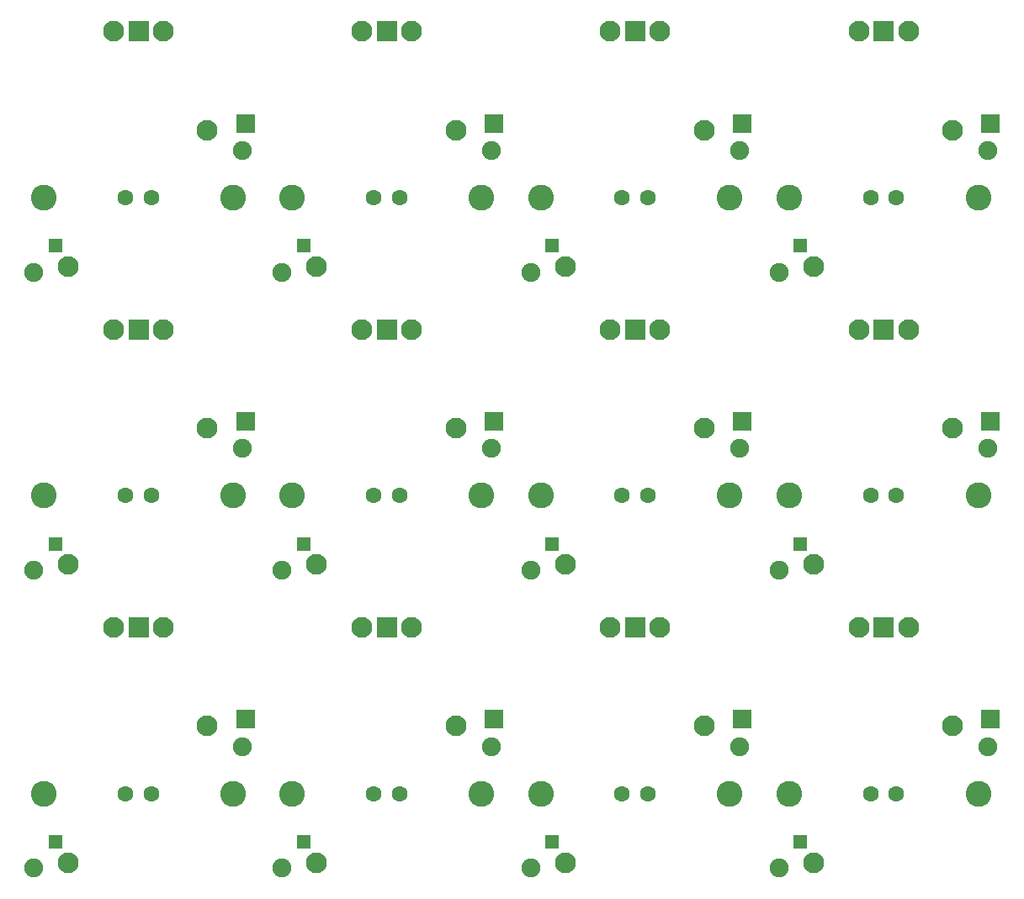
<source format=gts>
G04 #@! TF.GenerationSoftware,KiCad,Pcbnew,(5.0.0-3-g5ebb6b6)*
G04 #@! TF.CreationDate,2018-09-11T22:55:40+09:00*
G04 #@! TF.ProjectId,panelising_topre_pad_elecrow,70616E656C6973696E675F746F707265,rev?*
G04 #@! TF.SameCoordinates,Original*
G04 #@! TF.FileFunction,Soldermask,Top*
G04 #@! TF.FilePolarity,Negative*
%FSLAX46Y46*%
G04 Gerber Fmt 4.6, Leading zero omitted, Abs format (unit mm)*
G04 Created by KiCad (PCBNEW (5.0.0-3-g5ebb6b6)) date 2018 September 11, Tuesday 22:55:40*
%MOMM*%
%LPD*%
G01*
G04 APERTURE LIST*
%ADD10C,1.900000*%
%ADD11C,1.600000*%
%ADD12R,1.400000X1.400000*%
%ADD13R,1.900000X1.900000*%
%ADD14C,2.100000*%
%ADD15R,2.100000X2.100000*%
%ADD16C,2.600000*%
G04 APERTURE END LIST*
D10*
G04 #@! TO.C,REF\002A\002A*
X75750000Y-80500000D03*
G04 #@! TD*
D11*
G04 #@! TO.C,SW_EC1*
X66550000Y-85250000D03*
X63950000Y-85250000D03*
G04 #@! TD*
D10*
G04 #@! TO.C,REF\002A\002A*
X54750000Y-92750000D03*
G04 #@! TD*
D12*
G04 #@! TO.C,REF\002A\002A*
X56900000Y-90100000D03*
G04 #@! TD*
D13*
G04 #@! TO.C,REF\002A\002A*
X76026000Y-77754000D03*
G04 #@! TD*
D14*
G04 #@! TO.C,P?*
X72200000Y-78450000D03*
G04 #@! TD*
G04 #@! TO.C,REF\002A\002A*
X58200000Y-92200000D03*
G04 #@! TD*
D15*
G04 #@! TO.C,P?*
X65276000Y-68504000D03*
G04 #@! TD*
D16*
G04 #@! TO.C,HOLE_M2.6*
X74775000Y-85250000D03*
G04 #@! TD*
G04 #@! TO.C,HOLE_M2.6*
X55750000Y-85250000D03*
G04 #@! TD*
D14*
G04 #@! TO.C,P?*
X62750000Y-68500000D03*
G04 #@! TD*
G04 #@! TO.C,P?*
X67750000Y-68500000D03*
G04 #@! TD*
D10*
G04 #@! TO.C,REF\002A\002A*
X100750000Y-80500000D03*
G04 #@! TD*
D11*
G04 #@! TO.C,SW_EC1*
X91550000Y-85250000D03*
X88950000Y-85250000D03*
G04 #@! TD*
D10*
G04 #@! TO.C,REF\002A\002A*
X79750000Y-92750000D03*
G04 #@! TD*
D12*
G04 #@! TO.C,REF\002A\002A*
X81900000Y-90100000D03*
G04 #@! TD*
D13*
G04 #@! TO.C,REF\002A\002A*
X101026000Y-77754000D03*
G04 #@! TD*
D14*
G04 #@! TO.C,P?*
X97200000Y-78450000D03*
G04 #@! TD*
G04 #@! TO.C,REF\002A\002A*
X83200000Y-92200000D03*
G04 #@! TD*
D15*
G04 #@! TO.C,P?*
X90276000Y-68504000D03*
G04 #@! TD*
D16*
G04 #@! TO.C,HOLE_M2.6*
X99775000Y-85250000D03*
G04 #@! TD*
G04 #@! TO.C,HOLE_M2.6*
X80750000Y-85250000D03*
G04 #@! TD*
D14*
G04 #@! TO.C,P?*
X87750000Y-68500000D03*
G04 #@! TD*
G04 #@! TO.C,P?*
X92750000Y-68500000D03*
G04 #@! TD*
D10*
G04 #@! TO.C,REF\002A\002A*
X125750000Y-80500000D03*
G04 #@! TD*
D11*
G04 #@! TO.C,SW_EC1*
X116550000Y-85250000D03*
X113950000Y-85250000D03*
G04 #@! TD*
D10*
G04 #@! TO.C,REF\002A\002A*
X104750000Y-92750000D03*
G04 #@! TD*
D12*
G04 #@! TO.C,REF\002A\002A*
X106900000Y-90100000D03*
G04 #@! TD*
D13*
G04 #@! TO.C,REF\002A\002A*
X126026000Y-77754000D03*
G04 #@! TD*
D14*
G04 #@! TO.C,P?*
X122200000Y-78450000D03*
G04 #@! TD*
G04 #@! TO.C,REF\002A\002A*
X108200000Y-92200000D03*
G04 #@! TD*
D15*
G04 #@! TO.C,P?*
X115276000Y-68504000D03*
G04 #@! TD*
D16*
G04 #@! TO.C,HOLE_M2.6*
X124775000Y-85250000D03*
G04 #@! TD*
G04 #@! TO.C,HOLE_M2.6*
X105750000Y-85250000D03*
G04 #@! TD*
D14*
G04 #@! TO.C,P?*
X112750000Y-68500000D03*
G04 #@! TD*
G04 #@! TO.C,P?*
X117750000Y-68500000D03*
G04 #@! TD*
D10*
G04 #@! TO.C,REF\002A\002A*
X75750000Y-110500000D03*
G04 #@! TD*
D11*
G04 #@! TO.C,SW_EC1*
X66550000Y-115250000D03*
X63950000Y-115250000D03*
G04 #@! TD*
D10*
G04 #@! TO.C,REF\002A\002A*
X54750000Y-122750000D03*
G04 #@! TD*
D12*
G04 #@! TO.C,REF\002A\002A*
X56900000Y-120100000D03*
G04 #@! TD*
D13*
G04 #@! TO.C,REF\002A\002A*
X76026000Y-107754000D03*
G04 #@! TD*
D14*
G04 #@! TO.C,P?*
X72200000Y-108450000D03*
G04 #@! TD*
G04 #@! TO.C,REF\002A\002A*
X58200000Y-122200000D03*
G04 #@! TD*
D15*
G04 #@! TO.C,P?*
X65276000Y-98504000D03*
G04 #@! TD*
D16*
G04 #@! TO.C,HOLE_M2.6*
X74775000Y-115250000D03*
G04 #@! TD*
G04 #@! TO.C,HOLE_M2.6*
X55750000Y-115250000D03*
G04 #@! TD*
D14*
G04 #@! TO.C,P?*
X62750000Y-98500000D03*
G04 #@! TD*
G04 #@! TO.C,P?*
X67750000Y-98500000D03*
G04 #@! TD*
D10*
G04 #@! TO.C,REF\002A\002A*
X100750000Y-110500000D03*
G04 #@! TD*
D11*
G04 #@! TO.C,SW_EC1*
X91550000Y-115250000D03*
X88950000Y-115250000D03*
G04 #@! TD*
D10*
G04 #@! TO.C,REF\002A\002A*
X79750000Y-122750000D03*
G04 #@! TD*
D12*
G04 #@! TO.C,REF\002A\002A*
X81900000Y-120100000D03*
G04 #@! TD*
D13*
G04 #@! TO.C,REF\002A\002A*
X101026000Y-107754000D03*
G04 #@! TD*
D14*
G04 #@! TO.C,P?*
X97200000Y-108450000D03*
G04 #@! TD*
G04 #@! TO.C,REF\002A\002A*
X83200000Y-122200000D03*
G04 #@! TD*
D15*
G04 #@! TO.C,P?*
X90276000Y-98504000D03*
G04 #@! TD*
D16*
G04 #@! TO.C,HOLE_M2.6*
X99775000Y-115250000D03*
G04 #@! TD*
G04 #@! TO.C,HOLE_M2.6*
X80750000Y-115250000D03*
G04 #@! TD*
D14*
G04 #@! TO.C,P?*
X87750000Y-98500000D03*
G04 #@! TD*
G04 #@! TO.C,P?*
X92750000Y-98500000D03*
G04 #@! TD*
D10*
G04 #@! TO.C,REF\002A\002A*
X125750000Y-110500000D03*
G04 #@! TD*
D11*
G04 #@! TO.C,SW_EC1*
X116550000Y-115250000D03*
X113950000Y-115250000D03*
G04 #@! TD*
D10*
G04 #@! TO.C,REF\002A\002A*
X104750000Y-122750000D03*
G04 #@! TD*
D12*
G04 #@! TO.C,REF\002A\002A*
X106900000Y-120100000D03*
G04 #@! TD*
D13*
G04 #@! TO.C,REF\002A\002A*
X126026000Y-107754000D03*
G04 #@! TD*
D14*
G04 #@! TO.C,P?*
X122200000Y-108450000D03*
G04 #@! TD*
G04 #@! TO.C,REF\002A\002A*
X108200000Y-122200000D03*
G04 #@! TD*
D15*
G04 #@! TO.C,P?*
X115276000Y-98504000D03*
G04 #@! TD*
D16*
G04 #@! TO.C,HOLE_M2.6*
X124775000Y-115250000D03*
G04 #@! TD*
G04 #@! TO.C,HOLE_M2.6*
X105750000Y-115250000D03*
G04 #@! TD*
D14*
G04 #@! TO.C,P?*
X112750000Y-98500000D03*
G04 #@! TD*
G04 #@! TO.C,P?*
X117750000Y-98500000D03*
G04 #@! TD*
D10*
G04 #@! TO.C,REF\002A\002A*
X150750000Y-80500000D03*
G04 #@! TD*
D11*
G04 #@! TO.C,SW_EC1*
X141550000Y-85250000D03*
X138950000Y-85250000D03*
G04 #@! TD*
D10*
G04 #@! TO.C,REF\002A\002A*
X129750000Y-92750000D03*
G04 #@! TD*
D12*
G04 #@! TO.C,REF\002A\002A*
X131900000Y-90100000D03*
G04 #@! TD*
D13*
G04 #@! TO.C,REF\002A\002A*
X151026000Y-77754000D03*
G04 #@! TD*
D14*
G04 #@! TO.C,P?*
X147200000Y-78450000D03*
G04 #@! TD*
G04 #@! TO.C,REF\002A\002A*
X133200000Y-92200000D03*
G04 #@! TD*
D15*
G04 #@! TO.C,P?*
X140276000Y-68504000D03*
G04 #@! TD*
D16*
G04 #@! TO.C,HOLE_M2.6*
X149775000Y-85250000D03*
G04 #@! TD*
G04 #@! TO.C,HOLE_M2.6*
X130750000Y-85250000D03*
G04 #@! TD*
D14*
G04 #@! TO.C,P?*
X137750000Y-68500000D03*
G04 #@! TD*
G04 #@! TO.C,P?*
X142750000Y-68500000D03*
G04 #@! TD*
D10*
G04 #@! TO.C,REF\002A\002A*
X150750000Y-110500000D03*
G04 #@! TD*
D11*
G04 #@! TO.C,SW_EC1*
X141550000Y-115250000D03*
X138950000Y-115250000D03*
G04 #@! TD*
D10*
G04 #@! TO.C,REF\002A\002A*
X129750000Y-122750000D03*
G04 #@! TD*
D12*
G04 #@! TO.C,REF\002A\002A*
X131900000Y-120100000D03*
G04 #@! TD*
D13*
G04 #@! TO.C,REF\002A\002A*
X151026000Y-107754000D03*
G04 #@! TD*
D14*
G04 #@! TO.C,P?*
X147200000Y-108450000D03*
G04 #@! TD*
G04 #@! TO.C,REF\002A\002A*
X133200000Y-122200000D03*
G04 #@! TD*
D15*
G04 #@! TO.C,P?*
X140276000Y-98504000D03*
G04 #@! TD*
D16*
G04 #@! TO.C,HOLE_M2.6*
X149775000Y-115250000D03*
G04 #@! TD*
G04 #@! TO.C,HOLE_M2.6*
X130750000Y-115250000D03*
G04 #@! TD*
D14*
G04 #@! TO.C,P?*
X137750000Y-98500000D03*
G04 #@! TD*
G04 #@! TO.C,P?*
X142750000Y-98500000D03*
G04 #@! TD*
D10*
G04 #@! TO.C,REF\002A\002A*
X75750000Y-140500000D03*
G04 #@! TD*
D11*
G04 #@! TO.C,SW_EC1*
X66550000Y-145250000D03*
X63950000Y-145250000D03*
G04 #@! TD*
D10*
G04 #@! TO.C,REF\002A\002A*
X54750000Y-152750000D03*
G04 #@! TD*
D12*
G04 #@! TO.C,REF\002A\002A*
X56900000Y-150100000D03*
G04 #@! TD*
D13*
G04 #@! TO.C,REF\002A\002A*
X76026000Y-137754000D03*
G04 #@! TD*
D14*
G04 #@! TO.C,P?*
X72200000Y-138450000D03*
G04 #@! TD*
G04 #@! TO.C,REF\002A\002A*
X58200000Y-152200000D03*
G04 #@! TD*
D15*
G04 #@! TO.C,P?*
X65276000Y-128504000D03*
G04 #@! TD*
D16*
G04 #@! TO.C,HOLE_M2.6*
X74775000Y-145250000D03*
G04 #@! TD*
G04 #@! TO.C,HOLE_M2.6*
X55750000Y-145250000D03*
G04 #@! TD*
D14*
G04 #@! TO.C,P?*
X62750000Y-128500000D03*
G04 #@! TD*
G04 #@! TO.C,P?*
X67750000Y-128500000D03*
G04 #@! TD*
D10*
G04 #@! TO.C,REF\002A\002A*
X100750000Y-140500000D03*
G04 #@! TD*
D11*
G04 #@! TO.C,SW_EC1*
X91550000Y-145250000D03*
X88950000Y-145250000D03*
G04 #@! TD*
D10*
G04 #@! TO.C,REF\002A\002A*
X79750000Y-152750000D03*
G04 #@! TD*
D12*
G04 #@! TO.C,REF\002A\002A*
X81900000Y-150100000D03*
G04 #@! TD*
D13*
G04 #@! TO.C,REF\002A\002A*
X101026000Y-137754000D03*
G04 #@! TD*
D14*
G04 #@! TO.C,P?*
X97200000Y-138450000D03*
G04 #@! TD*
G04 #@! TO.C,REF\002A\002A*
X83200000Y-152200000D03*
G04 #@! TD*
D15*
G04 #@! TO.C,P?*
X90276000Y-128504000D03*
G04 #@! TD*
D16*
G04 #@! TO.C,HOLE_M2.6*
X99775000Y-145250000D03*
G04 #@! TD*
G04 #@! TO.C,HOLE_M2.6*
X80750000Y-145250000D03*
G04 #@! TD*
D14*
G04 #@! TO.C,P?*
X87750000Y-128500000D03*
G04 #@! TD*
G04 #@! TO.C,P?*
X92750000Y-128500000D03*
G04 #@! TD*
D10*
G04 #@! TO.C,REF\002A\002A*
X125750000Y-140500000D03*
G04 #@! TD*
D11*
G04 #@! TO.C,SW_EC1*
X116550000Y-145250000D03*
X113950000Y-145250000D03*
G04 #@! TD*
D10*
G04 #@! TO.C,REF\002A\002A*
X104750000Y-152750000D03*
G04 #@! TD*
D12*
G04 #@! TO.C,REF\002A\002A*
X106900000Y-150100000D03*
G04 #@! TD*
D13*
G04 #@! TO.C,REF\002A\002A*
X126026000Y-137754000D03*
G04 #@! TD*
D14*
G04 #@! TO.C,P?*
X122200000Y-138450000D03*
G04 #@! TD*
G04 #@! TO.C,REF\002A\002A*
X108200000Y-152200000D03*
G04 #@! TD*
D15*
G04 #@! TO.C,P?*
X115276000Y-128504000D03*
G04 #@! TD*
D16*
G04 #@! TO.C,HOLE_M2.6*
X124775000Y-145250000D03*
G04 #@! TD*
G04 #@! TO.C,HOLE_M2.6*
X105750000Y-145250000D03*
G04 #@! TD*
D14*
G04 #@! TO.C,P?*
X112750000Y-128500000D03*
G04 #@! TD*
G04 #@! TO.C,P?*
X117750000Y-128500000D03*
G04 #@! TD*
D10*
G04 #@! TO.C,REF\002A\002A*
X150750000Y-140500000D03*
G04 #@! TD*
D11*
G04 #@! TO.C,SW_EC1*
X141550000Y-145250000D03*
X138950000Y-145250000D03*
G04 #@! TD*
D10*
G04 #@! TO.C,REF\002A\002A*
X129750000Y-152750000D03*
G04 #@! TD*
D12*
G04 #@! TO.C,REF\002A\002A*
X131900000Y-150100000D03*
G04 #@! TD*
D13*
G04 #@! TO.C,REF\002A\002A*
X151026000Y-137754000D03*
G04 #@! TD*
D14*
G04 #@! TO.C,P?*
X147200000Y-138450000D03*
G04 #@! TD*
G04 #@! TO.C,REF\002A\002A*
X133200000Y-152200000D03*
G04 #@! TD*
D15*
G04 #@! TO.C,P?*
X140276000Y-128504000D03*
G04 #@! TD*
D16*
G04 #@! TO.C,HOLE_M2.6*
X149775000Y-145250000D03*
G04 #@! TD*
G04 #@! TO.C,HOLE_M2.6*
X130750000Y-145250000D03*
G04 #@! TD*
D14*
G04 #@! TO.C,P?*
X137750000Y-128500000D03*
G04 #@! TD*
G04 #@! TO.C,P?*
X142750000Y-128500000D03*
G04 #@! TD*
M02*

</source>
